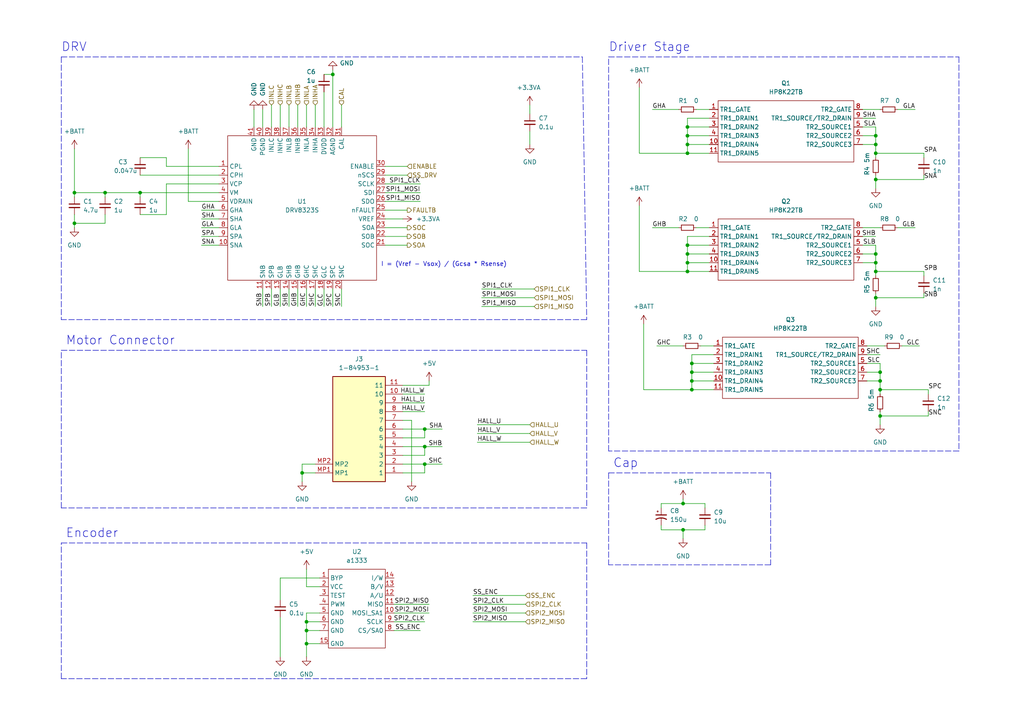
<source format=kicad_sch>
(kicad_sch (version 20231120) (generator "eeschema") (generator_version "8.0")
  (paper "A4")
  (lib_symbols
    (symbol "+BATT_1" (power) (pin_names (offset 0))
      (property "Value" "+BATT_1" (at 0 3.556 0))
      (symbol "+BATT_1_0_1"
        (polyline (pts (xy -0.762 1.27) (xy 0 2.54)))
        (polyline (pts (xy 0 0) (xy 0 2.54)))
        (polyline (pts (xy 0 2.54) (xy 0.762 1.27)))
      )
      (symbol "+BATT_1_1_1"
        (pin power_in line (at 0 0 90) (length 0) hide (name "+BATT") (number "1"))
      )
    )
    (symbol "Device:C_Polarized_Small_US" (pin_numbers hide) (pin_names (offset 0.254) hide)
      (property "Reference" "C" (at 0.254 1.778 0))
      (property "Value" "C_Polarized_Small_US" (at 0.254 -2.032 0))
      (symbol "C_Polarized_Small_US_0_1"
        (polyline (pts (xy -1.524 0.508) (xy 1.524 0.508)) (stroke (width 0.3048)))
        (polyline (pts (xy -1.27 1.524) (xy -0.762 1.524)))
        (polyline (pts (xy -1.016 1.27) (xy -1.016 1.778)))
        (arc (start 1.524 -0.762) (mid 0 -0.3734) (end -1.524 -0.762) (stroke (width 0.3048)))
      )
      (symbol "C_Polarized_Small_US_1_1"
        (pin passive line (at 0 2.54 270) (length 2.032) (name "~") (number "1"))
        (pin passive line (at 0 -2.54 90) (length 2.032) (name "~") (number "2"))
      )
    )
    (symbol "Device:C_Small" (pin_numbers hide) (pin_names (offset 0.254) hide)
      (property "Reference" "C" (at 0.254 1.778 0))
      (property "Value" "C_Small" (at 0.254 -2.032 0))
      (symbol "C_Small_0_1"
        (polyline (pts (xy -1.524 -0.508) (xy 1.524 -0.508)) (stroke (width 0.3302)))
        (polyline (pts (xy -1.524 0.508) (xy 1.524 0.508)) (stroke (width 0.3048)))
      )
      (symbol "C_Small_1_1"
        (pin passive line (at 0 2.54 270) (length 2.032) (name "~") (number "1"))
        (pin passive line (at 0 -2.54 90) (length 2.032) (name "~") (number "2"))
      )
    )
    (symbol "Device:R_Small" (pin_numbers hide) (pin_names (offset 0.254) hide)
      (property "Reference" "R" (at 0.762 0.508 0))
      (property "Value" "R_Small" (at 0.762 -1.016 0))
      (symbol "R_Small_0_1"
        (rectangle (start -0.762 1.778) (end 0.762 -1.778) (stroke (width 0.2032)))
      )
      (symbol "R_Small_1_1"
        (pin passive line (at 0 2.54 270) (length 0.762) (name "~") (number "1"))
        (pin passive line (at 0 -2.54 90) (length 0.762) (name "~") (number "2"))
      )
    )
    (symbol "bldc_lib:1-84953-1"
      (property "Value" "1-84953-1" (at 0 0 0))
      (symbol "1-84953-1_1_1"
        (rectangle (start -7.62 -2.54) (end 7.62 -33.02) (stroke (width 0.254)) (fill (type background)))
        (pin passive line (at 12.7 -5.08 180) (length 5.08) (name "1") (number "1"))
        (pin passive line (at 12.7 -27.94 180) (length 5.08) (name "10") (number "10"))
        (pin passive line (at 12.7 -30.48 180) (length 5.08) (name "11") (number "11"))
        (pin passive line (at 12.7 -7.62 180) (length 5.08) (name "2") (number "2"))
        (pin passive line (at 12.7 -10.16 180) (length 5.08) (name "3") (number "3"))
        (pin passive line (at 12.7 -12.7 180) (length 5.08) (name "4") (number "4"))
        (pin passive line (at 12.7 -15.24 180) (length 5.08) (name "5") (number "5"))
        (pin passive line (at 12.7 -17.78 180) (length 5.08) (name "6") (number "6"))
        (pin passive line (at 12.7 -20.32 180) (length 5.08) (name "7") (number "7"))
        (pin passive line (at 12.7 -22.86 180) (length 5.08) (name "8") (number "8"))
        (pin passive line (at 12.7 -25.4 180) (length 5.08) (name "9") (number "9"))
        (pin passive line (at -12.7 -5.08 0) (length 5.08) (name "MP1") (number "MP1"))
        (pin passive line (at -12.7 -7.62 0) (length 5.08) (name "MP2") (number "MP2"))
      )
    )
    (symbol "bldc_lib:DRV8323S"
      (property "Reference" "U" (at -2.54 -31.75 0))
      (property "Value" "DRV8323S" (at -2.54 -34.29 0))
      (symbol "DRV8323S_0_1"
        (polyline (pts (xy -22.86 -12.7) (xy 19.05 -12.7) (xy 19.05 -54.61) (xy -24.13 -54.61) (xy -24.13 -12.7) (xy -22.86 -12.7)))
      )
      (symbol "DRV8323S_1_1"
        (pin input line (at -26.67 -21.59 0) (length 2.54) (name "CPL") (number "1"))
        (pin input line (at -26.67 -44.45 0) (length 2.54) (name "SNA") (number "10"))
        (pin input line (at -13.97 -57.15 90) (length 2.54) (name "SNB") (number "11"))
        (pin input line (at -11.43 -57.15 90) (length 2.54) (name "SPB") (number "12"))
        (pin input line (at -8.89 -57.15 90) (length 2.54) (name "GLB") (number "13"))
        (pin input line (at -6.35 -57.15 90) (length 2.54) (name "SHB") (number "14"))
        (pin input line (at -3.81 -57.15 90) (length 2.54) (name "GHB") (number "15"))
        (pin input line (at -1.27 -57.15 90) (length 2.54) (name "GHC") (number "16"))
        (pin input line (at 1.27 -57.15 90) (length 2.54) (name "SHC") (number "17"))
        (pin input line (at 3.81 -57.15 90) (length 2.54) (name "GLC") (number "18"))
        (pin input line (at 6.35 -57.15 90) (length 2.54) (name "SPC") (number "19"))
        (pin input line (at -26.67 -24.13 0) (length 2.54) (name "CPH") (number "2"))
        (pin input line (at 8.89 -57.15 90) (length 2.54) (name "SNC") (number "20"))
        (pin input line (at 21.59 -44.45 180) (length 2.54) (name "SOC") (number "21"))
        (pin input line (at 21.59 -41.91 180) (length 2.54) (name "SOB") (number "22"))
        (pin input line (at 21.59 -39.37 180) (length 2.54) (name "SOA") (number "23"))
        (pin input line (at 21.59 -36.83 180) (length 2.54) (name "VREF") (number "24"))
        (pin input line (at 21.59 -34.29 180) (length 2.54) (name "nFAULT") (number "25"))
        (pin input line (at 21.59 -31.75 180) (length 2.54) (name "SDO") (number "26"))
        (pin input line (at 21.59 -29.21 180) (length 2.54) (name "SDI") (number "27"))
        (pin input line (at 21.59 -26.67 180) (length 2.54) (name "SCLK") (number "28"))
        (pin input line (at 21.59 -24.13 180) (length 2.54) (name "nSCS") (number "29"))
        (pin input line (at -26.67 -26.67 0) (length 2.54) (name "VCP") (number "3"))
        (pin input line (at 21.59 -21.59 180) (length 2.54) (name "ENABLE") (number "30"))
        (pin input line (at 8.89 -10.16 270) (length 2.54) (name "CAL") (number "31"))
        (pin input line (at 6.35 -10.16 270) (length 2.54) (name "AGND") (number "32"))
        (pin input line (at 3.81 -10.16 270) (length 2.54) (name "DVDD") (number "33"))
        (pin input line (at 1.27 -10.16 270) (length 2.54) (name "INHA") (number "34"))
        (pin input line (at -1.27 -10.16 270) (length 2.54) (name "INLA") (number "35"))
        (pin input line (at -3.81 -10.16 270) (length 2.54) (name "INHB") (number "36"))
        (pin input line (at -6.35 -10.16 270) (length 2.54) (name "INLB") (number "37"))
        (pin input line (at -8.89 -10.16 270) (length 2.54) (name "INHC") (number "38"))
        (pin input line (at -11.43 -10.16 270) (length 2.54) (name "INLC") (number "39"))
        (pin input line (at -26.67 -29.21 0) (length 2.54) (name "VM") (number "4"))
        (pin input line (at -13.97 -10.16 270) (length 2.54) (name "PGND") (number "40"))
        (pin input line (at -16.51 -10.16 270) (length 2.54) (name "GND") (number "41"))
        (pin input line (at -26.67 -31.75 0) (length 2.54) (name "VDRAIN") (number "5"))
        (pin input line (at -26.67 -34.29 0) (length 2.54) (name "GHA") (number "6"))
        (pin input line (at -26.67 -36.83 0) (length 2.54) (name "SHA") (number "7"))
        (pin input line (at -26.67 -39.37 0) (length 2.54) (name "GLA") (number "8"))
        (pin input line (at -26.67 -41.91 0) (length 2.54) (name "SPA") (number "9"))
      )
    )
    (symbol "bldc_lib:HP8K22TB"
      (property "Reference" "U" (at 0 2.54 0))
      (property "Value" "HP8K22TB" (at 0 0 0))
      (symbol "HP8K22TB_0_1"
        (rectangle (start -19.05 -3.81) (end 20.32 -21.59))
      )
      (symbol "HP8K22TB_1_1"
        (pin input line (at -21.59 -6.35 0) (length 2.54) (name "TR1_GATE") (number "1"))
        (pin input line (at -21.59 -16.51 0) (length 2.54) (name "TR1_DRAIN4") (number "10"))
        (pin input line (at -21.59 -19.05 0) (length 2.54) (name "TR1_DRAIN5") (number "11"))
        (pin input line (at -21.59 -8.89 0) (length 2.54) (name "TR1_DRAIN1") (number "2"))
        (pin input line (at -21.59 -11.43 0) (length 2.54) (name "TR1_DRAIN2") (number "3"))
        (pin input line (at -21.59 -13.97 0) (length 2.54) (name "TR1_DRAIN3") (number "4"))
        (pin input line (at 22.86 -11.43 180) (length 2.54) (name "TR2_SOURCE1") (number "5"))
        (pin input line (at 22.86 -13.97 180) (length 2.54) (name "TR2_SOURCE2") (number "6"))
        (pin input line (at 22.86 -16.51 180) (length 2.54) (name "TR2_SOURCE3") (number "7"))
        (pin input line (at 22.86 -6.35 180) (length 2.54) (name "TR2_GATE") (number "8"))
        (pin input line (at 22.86 -8.89 180) (length 2.54) (name "TR1_SOURCE/TR2_DRAIN") (number "9"))
      )
    )
    (symbol "bldc_lib:a1333"
      (property "Reference" "U" (at 0 2.54 0))
      (property "Value" "a1333" (at 0 0 0))
      (symbol "a1333_0_1"
        (rectangle (start -7.62 -2.54) (end 8.89 -25.4))
      )
      (symbol "a1333_1_1"
        (pin input line (at -10.16 -5.08 0) (length 2.54) (name "BYP") (number "1"))
        (pin input line (at 11.43 -15.24 180) (length 2.54) (name "MOSI_SA1") (number "10"))
        (pin input line (at 11.43 -12.7 180) (length 2.54) (name "MISO") (number "11"))
        (pin input line (at 11.43 -10.16 180) (length 2.54) (name "A/U") (number "12"))
        (pin input line (at 11.43 -7.62 180) (length 2.54) (name "B/V") (number "13"))
        (pin input line (at 11.43 -5.08 180) (length 2.54) (name "I/W") (number "14"))
        (pin input line (at -10.16 -24.13 0) (length 2.54) (name "GND") (number "15"))
        (pin input line (at -10.16 -7.62 0) (length 2.54) (name "VCC") (number "2"))
        (pin input line (at -10.16 -10.16 0) (length 2.54) (name "TEST") (number "3"))
        (pin input line (at -10.16 -12.7 0) (length 2.54) (name "PWM") (number "4"))
        (pin input line (at -10.16 -15.24 0) (length 2.54) (name "GND") (number "5"))
        (pin input line (at -10.16 -17.78 0) (length 2.54) (name "GND") (number "6"))
        (pin input line (at -10.16 -20.32 0) (length 2.54) (name "GND") (number "7"))
        (pin input line (at 11.43 -20.32 180) (length 2.54) (name "CS/SA0") (number "8"))
        (pin input line (at 11.43 -17.78 180) (length 2.54) (name "SCLK") (number "9"))
      )
    )
    (symbol "power:+3.3VA" (power) (pin_names (offset 0))
      (property "Value" "+3.3VA" (at 0 3.556 0))
      (symbol "+3.3VA_0_1"
        (polyline (pts (xy -0.762 1.27) (xy 0 2.54)))
        (polyline (pts (xy 0 0) (xy 0 2.54)))
        (polyline (pts (xy 0 2.54) (xy 0.762 1.27)))
      )
      (symbol "+3.3VA_1_1"
        (pin power_in line (at 0 0 90) (length 0) hide (name "+3.3VA") (number "1"))
      )
    )
    (symbol "power:+5V" (power) (pin_names (offset 0))
      (property "Value" "+5V" (at 0 3.556 0))
      (symbol "+5V_0_1"
        (polyline (pts (xy -0.762 1.27) (xy 0 2.54)))
        (polyline (pts (xy 0 0) (xy 0 2.54)))
        (polyline (pts (xy 0 2.54) (xy 0.762 1.27)))
      )
      (symbol "+5V_1_1"
        (pin power_in line (at 0 0 90) (length 0) hide (name "+5V") (number "1"))
      )
    )
    (symbol "power:+BATT" (power) (pin_names (offset 0))
      (property "Value" "+BATT" (at 0 3.556 0))
      (symbol "+BATT_0_1"
        (polyline (pts (xy -0.762 1.27) (xy 0 2.54)))
        (polyline (pts (xy 0 0) (xy 0 2.54)))
        (polyline (pts (xy 0 2.54) (xy 0.762 1.27)))
      )
      (symbol "+BATT_1_1"
        (pin power_in line (at 0 0 90) (length 0) hide (name "+BATT") (number "1"))
      )
    )
    (symbol "power:GND" (power) (pin_names (offset 0))
      (property "Value" "GND" (at 0 -3.81 0))
      (symbol "GND_0_1"
        (polyline (pts (xy 0 0) (xy 0 -1.27) (xy 1.27 -1.27) (xy 0 -2.54) (xy -1.27 -1.27) (xy 0 -1.27)))
      )
      (symbol "GND_1_1"
        (pin power_in line (at 0 0 270) (length 0) hide (name "GND") (number "1"))
      )
    )
  )
  (junction (at 254 39.37))
  (junction (at 254 73.66))
  (junction (at 96.52 21.59))
  (junction (at 123.19 134.62))
  (junction (at 199.39 39.37))
  (junction (at 254 86.36))
  (junction (at 254 44.45))
  (junction (at 255.27 110.49))
  (junction (at 199.39 36.83))
  (junction (at 199.39 41.91))
  (junction (at 88.9 182.88))
  (junction (at 199.39 78.74))
  (junction (at 21.59 64.77))
  (junction (at 30.48 55.88))
  (junction (at 87.63 137.16))
  (junction (at 254 78.74))
  (junction (at 199.39 76.2))
  (junction (at 123.19 124.46))
  (junction (at 200.66 113.03))
  (junction (at 198.12 146.05))
  (junction (at 254 52.07))
  (junction (at 255.27 113.03))
  (junction (at 199.39 44.45))
  (junction (at 200.66 110.49))
  (junction (at 200.66 107.95))
  (junction (at 200.66 105.41))
  (junction (at 40.64 55.88))
  (junction (at 255.27 120.65))
  (junction (at 254 41.91))
  (junction (at 255.27 107.95))
  (junction (at 88.9 180.34))
  (junction (at 198.12 153.67))
  (junction (at 254 76.2))
  (junction (at 88.9 186.69))
  (junction (at 123.19 129.54))
  (junction (at 21.59 55.88))
  (junction (at 199.39 71.12))
  (junction (at 199.39 73.66))
  (wire (pts (xy 119.38 121.92) (xy 119.38 139.7)))
  (wire (pts (xy 254 52.07) (xy 267.97 52.07)))
  (wire (pts (xy 116.84 121.92) (xy 119.38 121.92)))
  (wire (pts (xy 123.19 119.38) (xy 116.84 119.38)))
  (wire (pts (xy 30.48 62.23) (xy 30.48 64.77)))
  (wire (pts (xy 199.39 41.91) (xy 205.74 41.91)))
  (wire (pts (xy 86.36 83.82) (xy 86.36 88.9)))
  (wire (pts (xy 255.27 113.03) (xy 255.27 114.3)))
  (wire (pts (xy 40.64 55.88) (xy 40.64 57.15)))
  (wire (pts (xy 116.84 127) (xy 123.19 127)))
  (wire (pts (xy 201.93 31.75) (xy 205.74 31.75)))
  (wire (pts (xy 111.76 58.42) (xy 121.92 58.42)))
  (wire (pts (xy 93.98 21.59) (xy 96.52 21.59)))
  (polyline (pts (xy 176.53 137.16) (xy 176.53 163.83)) (stroke (width 0) (type dash)))
  (wire (pts (xy 116.84 124.46) (xy 123.19 124.46)))
  (wire (pts (xy 267.97 50.8) (xy 267.97 52.07)))
  (polyline (pts (xy 223.52 163.83) (xy 176.53 163.83)) (stroke (width 0) (type dash)))
  (wire (pts (xy 87.63 137.16) (xy 87.63 139.7)))
  (wire (pts (xy 91.44 83.82) (xy 91.44 88.9)))
  (wire (pts (xy 200.66 105.41) (xy 207.01 105.41)))
  (wire (pts (xy 139.7 86.36) (xy 154.94 86.36)))
  (wire (pts (xy 88.9 170.18) (xy 92.71 170.18)))
  (wire (pts (xy 116.84 132.08) (xy 123.19 132.08)))
  (wire (pts (xy 199.39 76.2) (xy 205.74 76.2)))
  (polyline (pts (xy 176.53 137.16) (xy 223.52 137.16)) (stroke (width 0) (type dash)))
  (wire (pts (xy 199.39 44.45) (xy 205.74 44.45)))
  (polyline (pts (xy 176.53 16.51) (xy 278.13 16.51)) (stroke (width 0) (type dash)))
  (wire (pts (xy 123.19 129.54) (xy 128.27 129.54)))
  (polyline (pts (xy 17.78 147.32) (xy 17.78 101.6)) (stroke (width 0) (type dash)))
  (wire (pts (xy 91.44 30.48) (xy 91.44 36.83)))
  (wire (pts (xy 254 85.09) (xy 254 86.36)))
  (wire (pts (xy 204.47 152.4) (xy 204.47 153.67)))
  (wire (pts (xy 96.52 21.59) (xy 96.52 36.83)))
  (polyline (pts (xy 17.78 16.51) (xy 168.91 16.51)) (stroke (width 0) (type dash)))
  (wire (pts (xy 116.84 137.16) (xy 123.19 137.16)))
  (wire (pts (xy 139.7 88.9) (xy 154.94 88.9)))
  (wire (pts (xy 111.76 55.88) (xy 121.92 55.88)))
  (wire (pts (xy 48.26 53.34) (xy 63.5 53.34)))
  (wire (pts (xy 186.69 93.98) (xy 186.69 113.03)))
  (wire (pts (xy 199.39 39.37) (xy 205.74 39.37)))
  (wire (pts (xy 205.74 34.29) (xy 199.39 34.29)))
  (wire (pts (xy 88.9 180.34) (xy 92.71 180.34)))
  (polyline (pts (xy 17.78 157.48) (xy 170.18 157.48)) (stroke (width 0) (type dash)))
  (wire (pts (xy 86.36 30.48) (xy 86.36 36.83)))
  (wire (pts (xy 30.48 57.15) (xy 30.48 55.88)))
  (wire (pts (xy 199.39 71.12) (xy 205.74 71.12)))
  (wire (pts (xy 254 44.45) (xy 267.97 44.45)))
  (wire (pts (xy 121.92 182.88) (xy 114.3 182.88)))
  (wire (pts (xy 78.74 83.82) (xy 78.74 88.9)))
  (wire (pts (xy 88.9 30.48) (xy 88.9 36.83)))
  (polyline (pts (xy 17.78 16.51) (xy 17.78 92.71)) (stroke (width 0) (type dash)))
  (wire (pts (xy 48.26 48.26) (xy 63.5 48.26)))
  (wire (pts (xy 266.7 100.33) (xy 261.62 100.33)))
  (wire (pts (xy 254 44.45) (xy 254 45.72)))
  (wire (pts (xy 250.19 73.66) (xy 254 73.66)))
  (wire (pts (xy 250.19 39.37) (xy 254 39.37)))
  (wire (pts (xy 96.52 20.32) (xy 96.52 21.59)))
  (wire (pts (xy 111.76 68.58) (xy 118.11 68.58)))
  (wire (pts (xy 87.63 134.62) (xy 87.63 137.16)))
  (wire (pts (xy 254 78.74) (xy 254 80.01)))
  (wire (pts (xy 198.12 153.67) (xy 191.77 153.67)))
  (wire (pts (xy 254 41.91) (xy 254 44.45)))
  (wire (pts (xy 111.76 48.26) (xy 118.11 48.26)))
  (wire (pts (xy 185.42 44.45) (xy 199.39 44.45)))
  (wire (pts (xy 123.19 114.3) (xy 116.84 114.3)))
  (wire (pts (xy 198.12 144.78) (xy 198.12 146.05)))
  (wire (pts (xy 254 36.83) (xy 254 39.37)))
  (wire (pts (xy 199.39 71.12) (xy 199.39 73.66)))
  (wire (pts (xy 254 52.07) (xy 254 54.61)))
  (wire (pts (xy 137.16 172.72) (xy 152.4 172.72)))
  (wire (pts (xy 254 34.29) (xy 250.19 34.29)))
  (wire (pts (xy 186.69 113.03) (xy 200.66 113.03)))
  (wire (pts (xy 269.24 119.38) (xy 269.24 120.65)))
  (wire (pts (xy 111.76 63.5) (xy 116.84 63.5)))
  (wire (pts (xy 124.46 177.8) (xy 114.3 177.8)))
  (wire (pts (xy 92.71 167.64) (xy 81.28 167.64)))
  (wire (pts (xy 76.2 83.82) (xy 76.2 88.9)))
  (wire (pts (xy 189.23 66.04) (xy 196.85 66.04)))
  (polyline (pts (xy 176.53 130.81) (xy 176.53 16.51)) (stroke (width 0) (type dash)))
  (wire (pts (xy 58.42 66.04) (xy 63.5 66.04)))
  (wire (pts (xy 88.9 182.88) (xy 88.9 180.34)))
  (wire (pts (xy 58.42 71.12) (xy 63.5 71.12)))
  (wire (pts (xy 198.12 146.05) (xy 204.47 146.05)))
  (wire (pts (xy 255.27 102.87) (xy 251.46 102.87)))
  (wire (pts (xy 54.61 58.42) (xy 63.5 58.42)))
  (wire (pts (xy 88.9 186.69) (xy 92.71 186.69)))
  (wire (pts (xy 123.19 116.84) (xy 116.84 116.84)))
  (wire (pts (xy 40.64 62.23) (xy 48.26 62.23)))
  (wire (pts (xy 81.28 167.64) (xy 81.28 173.99)))
  (wire (pts (xy 200.66 113.03) (xy 207.01 113.03)))
  (wire (pts (xy 138.43 125.73) (xy 153.67 125.73)))
  (wire (pts (xy 124.46 110.49) (xy 124.46 111.76)))
  (wire (pts (xy 48.26 62.23) (xy 48.26 53.34)))
  (wire (pts (xy 30.48 64.77) (xy 21.59 64.77)))
  (wire (pts (xy 267.97 78.74) (xy 267.97 80.01)))
  (wire (pts (xy 76.2 31.75) (xy 76.2 36.83)))
  (wire (pts (xy 88.9 190.5) (xy 88.9 186.69)))
  (wire (pts (xy 200.66 107.95) (xy 200.66 110.49)))
  (wire (pts (xy 111.76 50.8) (xy 118.11 50.8)))
  (wire (pts (xy 251.46 100.33) (xy 256.54 100.33)))
  (wire (pts (xy 254 76.2) (xy 254 78.74)))
  (wire (pts (xy 111.76 71.12) (xy 118.11 71.12)))
  (wire (pts (xy 250.19 66.04) (xy 255.27 66.04)))
  (wire (pts (xy 58.42 60.96) (xy 63.5 60.96)))
  (wire (pts (xy 198.12 153.67) (xy 198.12 156.21)))
  (wire (pts (xy 255.27 119.38) (xy 255.27 120.65)))
  (wire (pts (xy 137.16 175.26) (xy 152.4 175.26)))
  (wire (pts (xy 83.82 30.48) (xy 83.82 36.83)))
  (wire (pts (xy 267.97 85.09) (xy 267.97 86.36)))
  (wire (pts (xy 199.39 36.83) (xy 199.39 39.37)))
  (wire (pts (xy 254 78.74) (xy 267.97 78.74)))
  (wire (pts (xy 203.2 100.33) (xy 207.01 100.33)))
  (polyline (pts (xy 170.18 101.6) (xy 170.18 147.32)) (stroke (width 0) (type dash)))
  (wire (pts (xy 116.84 129.54) (xy 123.19 129.54)))
  (wire (pts (xy 199.39 68.58) (xy 199.39 71.12)))
  (wire (pts (xy 138.43 128.27) (xy 153.67 128.27)))
  (wire (pts (xy 207.01 102.87) (xy 200.66 102.87)))
  (wire (pts (xy 78.74 30.48) (xy 78.74 36.83)))
  (polyline (pts (xy 17.78 196.85) (xy 17.78 157.48)) (stroke (width 0) (type dash)))
  (polyline (pts (xy 170.18 147.32) (xy 17.78 147.32)) (stroke (width 0) (type dash)))
  (wire (pts (xy 123.19 137.16) (xy 123.19 134.62)))
  (wire (pts (xy 63.5 55.88) (xy 40.64 55.88)))
  (wire (pts (xy 199.39 39.37) (xy 199.39 41.91)))
  (wire (pts (xy 199.39 76.2) (xy 199.39 78.74)))
  (wire (pts (xy 88.9 186.69) (xy 88.9 182.88)))
  (wire (pts (xy 48.26 45.72) (xy 48.26 48.26)))
  (polyline (pts (xy 223.52 137.16) (xy 223.52 163.83)) (stroke (width 0) (type dash)))
  (wire (pts (xy 185.42 25.4) (xy 185.42 44.45)))
  (wire (pts (xy 99.06 83.82) (xy 99.06 88.9)))
  (wire (pts (xy 153.67 38.1) (xy 153.67 41.91)))
  (wire (pts (xy 138.43 123.19) (xy 153.67 123.19)))
  (wire (pts (xy 250.19 41.91) (xy 254 41.91)))
  (wire (pts (xy 137.16 180.34) (xy 152.4 180.34)))
  (polyline (pts (xy 170.18 196.85) (xy 17.78 196.85)) (stroke (width 0) (type dash)))
  (wire (pts (xy 199.39 34.29) (xy 199.39 36.83)))
  (wire (pts (xy 185.42 59.69) (xy 185.42 78.74)))
  (wire (pts (xy 58.42 63.5) (xy 63.5 63.5)))
  (wire (pts (xy 87.63 137.16) (xy 91.44 137.16)))
  (wire (pts (xy 250.19 36.83) (xy 254 36.83)))
  (wire (pts (xy 93.98 83.82) (xy 93.98 88.9)))
  (wire (pts (xy 185.42 78.74) (xy 199.39 78.74)))
  (wire (pts (xy 251.46 107.95) (xy 255.27 107.95)))
  (wire (pts (xy 200.66 110.49) (xy 200.66 113.03)))
  (wire (pts (xy 255.27 110.49) (xy 255.27 113.03)))
  (wire (pts (xy 267.97 44.45) (xy 267.97 45.72)))
  (wire (pts (xy 123.19 127) (xy 123.19 124.46)))
  (wire (pts (xy 189.23 31.75) (xy 196.85 31.75)))
  (wire (pts (xy 200.66 110.49) (xy 207.01 110.49)))
  (wire (pts (xy 201.93 66.04) (xy 205.74 66.04)))
  (wire (pts (xy 153.67 33.02) (xy 153.67 30.48)))
  (wire (pts (xy 191.77 146.05) (xy 198.12 146.05)))
  (wire (pts (xy 265.43 31.75) (xy 260.35 31.75)))
  (wire (pts (xy 255.27 105.41) (xy 255.27 107.95)))
  (wire (pts (xy 250.19 76.2) (xy 254 76.2)))
  (wire (pts (xy 200.66 105.41) (xy 200.66 107.95)))
  (wire (pts (xy 265.43 66.04) (xy 260.35 66.04)))
  (wire (pts (xy 191.77 146.05) (xy 191.77 147.32)))
  (wire (pts (xy 198.12 153.67) (xy 204.47 153.67)))
  (wire (pts (xy 191.77 152.4) (xy 191.77 153.67)))
  (wire (pts (xy 123.19 134.62) (xy 128.27 134.62)))
  (wire (pts (xy 93.98 26.67) (xy 93.98 36.83)))
  (wire (pts (xy 88.9 83.82) (xy 88.9 88.9)))
  (wire (pts (xy 21.59 64.77) (xy 21.59 66.04)))
  (wire (pts (xy 124.46 175.26) (xy 114.3 175.26)))
  (wire (pts (xy 199.39 73.66) (xy 199.39 76.2)))
  (wire (pts (xy 254 73.66) (xy 254 76.2)))
  (wire (pts (xy 88.9 177.8) (xy 92.71 177.8)))
  (polyline (pts (xy 278.13 130.81) (xy 176.53 130.81)) (stroke (width 0) (type dash)))
  (wire (pts (xy 205.74 68.58) (xy 199.39 68.58)))
  (wire (pts (xy 40.64 45.72) (xy 48.26 45.72)))
  (wire (pts (xy 254 86.36) (xy 254 88.9)))
  (wire (pts (xy 254 68.58) (xy 250.19 68.58)))
  (wire (pts (xy 251.46 110.49) (xy 255.27 110.49)))
  (wire (pts (xy 255.27 107.95) (xy 255.27 110.49)))
  (wire (pts (xy 199.39 41.91) (xy 199.39 44.45)))
  (wire (pts (xy 137.16 177.8) (xy 152.4 177.8)))
  (wire (pts (xy 111.76 60.96) (xy 118.11 60.96)))
  (polyline (pts (xy 278.13 16.51) (xy 278.13 130.81)) (stroke (width 0) (type dash)))
  (wire (pts (xy 200.66 107.95) (xy 207.01 107.95)))
  (wire (pts (xy 73.66 31.75) (xy 73.66 36.83)))
  (wire (pts (xy 123.19 124.46) (xy 128.27 124.46)))
  (polyline (pts (xy 170.18 92.71) (xy 17.78 92.71)) (stroke (width 0) (type dash)))
  (wire (pts (xy 87.63 134.62) (xy 91.44 134.62)))
  (wire (pts (xy 83.82 83.82) (xy 83.82 88.9)))
  (wire (pts (xy 40.64 50.8) (xy 63.5 50.8)))
  (wire (pts (xy 54.61 58.42) (xy 54.61 43.18)))
  (wire (pts (xy 124.46 111.76) (xy 116.84 111.76)))
  (wire (pts (xy 254 50.8) (xy 254 52.07)))
  (polyline (pts (xy 168.91 16.51) (xy 170.18 92.71)) (stroke (width 0) (type dash)))
  (wire (pts (xy 96.52 83.82) (xy 96.52 88.9)))
  (wire (pts (xy 30.48 55.88) (xy 40.64 55.88)))
  (wire (pts (xy 250.19 71.12) (xy 254 71.12)))
  (wire (pts (xy 190.5 100.33) (xy 198.12 100.33)))
  (wire (pts (xy 88.9 180.34) (xy 88.9 177.8)))
  (wire (pts (xy 199.39 36.83) (xy 205.74 36.83)))
  (wire (pts (xy 81.28 83.82) (xy 81.28 88.9)))
  (wire (pts (xy 21.59 55.88) (xy 21.59 57.15)))
  (wire (pts (xy 255.27 120.65) (xy 269.24 120.65)))
  (wire (pts (xy 116.84 134.62) (xy 123.19 134.62)))
  (wire (pts (xy 254 86.36) (xy 267.97 86.36)))
  (wire (pts (xy 255.27 113.03) (xy 269.24 113.03)))
  (wire (pts (xy 58.42 68.58) (xy 63.5 68.58)))
  (wire (pts (xy 21.59 55.88) (xy 30.48 55.88)))
  (wire (pts (xy 99.06 30.48) (xy 99.06 36.83)))
  (wire (pts (xy 139.7 83.82) (xy 154.94 83.82)))
  (wire (pts (xy 81.28 179.07) (xy 81.28 190.5)))
  (wire (pts (xy 21.59 62.23) (xy 21.59 64.77)))
  (wire (pts (xy 269.24 113.03) (xy 269.24 114.3)))
  (wire (pts (xy 123.19 132.08) (xy 123.19 129.54)))
  (polyline (pts (xy 170.18 157.48) (xy 170.18 196.85)) (stroke (width 0) (type dash)))
  (wire (pts (xy 254 71.12) (xy 254 73.66)))
  (wire (pts (xy 88.9 182.88) (xy 92.71 182.88)))
  (polyline (pts (xy 17.78 101.6) (xy 170.18 101.6)) (stroke (width 0) (type dash)))
  (wire (pts (xy 254 39.37) (xy 254 41.91)))
  (wire (pts (xy 251.46 105.41) (xy 255.27 105.41)))
  (wire (pts (xy 204.47 146.05) (xy 204.47 147.32)))
  (wire (pts (xy 111.76 53.34) (xy 121.92 53.34)))
  (wire (pts (xy 250.19 31.75) (xy 255.27 31.75)))
  (wire (pts (xy 21.59 43.18) (xy 21.59 55.88)))
  (wire (pts (xy 88.9 165.1) (xy 88.9 170.18)))
  (wire (pts (xy 111.76 66.04) (xy 118.11 66.04)))
  (wire (pts (xy 199.39 78.74) (xy 205.74 78.74)))
  (wire (pts (xy 81.28 30.48) (xy 81.28 36.83)))
  (wire (pts (xy 123.19 180.34) (xy 114.3 180.34)))
  (wire (pts (xy 199.39 73.66) (xy 205.74 73.66)))
  (wire (pts (xy 255.27 120.65) (xy 255.27 123.19)))
  (wire (pts (xy 200.66 102.87) (xy 200.66 105.41)))
  (text "Driver Stage" (at 176.53 15.24 0) (effects (font (size 2.54 2.54)) (justify left bottom)))
  (text "DRV" (at 17.78 15.24 0) (effects (font (size 2.54 2.54)) (justify left bottom)))
  (text "Motor Connector" (at 19.05 100.33 0) (effects (font (size 2.54 2.54)) (justify left bottom)))
  (text "Cap" (at 177.8 135.89 0) (effects (font (size 2.54 2.54)) (justify left bottom)))
  (text "Encoder" (at 19.05 156.21 0) (effects (font (size 2.54 2.54)) (justify left bottom)))
  (text "I = (Vref - Vsox) / (Gcsa * Rsense)" (at 110.49 77.47 0) (effects (font (size 1.27 1.27)) (justify left bottom)))
  (label "HALL_U" (at 123.19 116.84 180))
  (label "SPA" (at 267.97 44.45 0))
  (label "SPI1_CLK" (at 121.92 53.34 180))
  (label "SPC" (at 96.52 88.9 90))
  (label "GLC" (at 93.98 88.9 90))
  (label "SHC" (at 91.44 88.9 90))
  (label "SHB" (at 128.27 129.54 180))
  (label "SPI1_MISO" (at 121.92 58.42 180))
  (label "SNB" (at 76.2 88.9 90))
  (label "SPA" (at 58.42 68.58 0))
  (label "SHC" (at 255.27 102.87 180))
  (label "SNC" (at 269.24 120.65 0))
  (label "SPI2_CLK" (at 123.19 180.34 180))
  (label "SLC" (at 255.27 105.41 180))
  (label "GHA" (at 189.23 31.75 0))
  (label "HALL_V" (at 138.43 125.73 0))
  (label "SPI1_MOSI" (at 121.92 55.88 180))
  (label "SHA" (at 128.27 124.46 180))
  (label "GLA" (at 265.43 31.75 180))
  (label "SLA" (at 254 36.83 180))
  (label "GLC" (at 266.7 100.33 180))
  (label "SHB" (at 254 68.58 180))
  (label "GLA" (at 58.42 66.04 0))
  (label "SPI2_MISO" (at 137.16 180.34 0))
  (label "GLB" (at 265.43 66.04 180))
  (label "GHB" (at 86.36 88.9 90))
  (label "SNC" (at 99.06 88.9 90))
  (label "GHA" (at 58.42 60.96 0))
  (label "SPB" (at 267.97 78.74 0))
  (label "SS_ENC" (at 137.16 172.72 0))
  (label "SPI2_MOSI" (at 137.16 177.8 0))
  (label "SPI2_MOSI" (at 124.46 177.8 180))
  (label "SPI1_MOSI" (at 139.7 86.36 0))
  (label "SS_ENC" (at 121.92 182.88 180))
  (label "SPI2_CLK" (at 137.16 175.26 0))
  (label "GHC" (at 190.5 100.33 0))
  (label "SPI1_MISO" (at 139.7 88.9 0))
  (label "HALL_W" (at 138.43 128.27 0))
  (label "SPC" (at 269.24 113.03 0))
  (label "SNA" (at 58.42 71.12 0))
  (label "GLB" (at 81.28 88.9 90))
  (label "HALL_W" (at 123.19 114.3 180))
  (label "SHA" (at 58.42 63.5 0))
  (label "SHA" (at 254 34.29 180))
  (label "SPB" (at 78.74 88.9 90))
  (label "GHC" (at 88.9 88.9 90))
  (label "GHB" (at 189.23 66.04 0))
  (label "SPI1_CLK" (at 139.7 83.82 0))
  (label "SNB" (at 267.97 86.36 0))
  (label "HALL_U" (at 138.43 123.19 0))
  (label "HALL_V" (at 123.19 119.38 180))
  (label "SNA" (at 267.97 52.07 0))
  (label "SHB" (at 83.82 88.9 90))
  (label "SPI2_MISO" (at 124.46 175.26 180))
  (label "SLB" (at 254 71.12 180))
  (label "SHC" (at 128.27 134.62 180))
  (hierarchical_label "SPI2_MISO" (shape input) (at 152.4 180.34 0))
  (hierarchical_label "ENABLE" (shape input) (at 118.11 48.26 0))
  (hierarchical_label "INLC" (shape input) (at 78.74 30.48 90))
  (hierarchical_label "CAL" (shape input) (at 99.06 30.48 90))
  (hierarchical_label "SS_DRV" (shape input) (at 118.11 50.8 0))
  (hierarchical_label "HALL_V" (shape input) (at 153.67 125.73 0))
  (hierarchical_label "SOA" (shape output) (at 118.11 71.12 0))
  (hierarchical_label "HALL_U" (shape input) (at 153.67 123.19 0))
  (hierarchical_label "SPI1_MOSI" (shape input) (at 154.94 86.36 0))
  (hierarchical_label "FAULTB" (shape output) (at 118.11 60.96 0))
  (hierarchical_label "SOB" (shape output) (at 118.11 68.58 0))
  (hierarchical_label "HALL_W" (shape input) (at 153.67 128.27 0))
  (hierarchical_label "SPI2_MOSI" (shape input) (at 152.4 177.8 0))
  (hierarchical_label "SOC" (shape output) (at 118.11 66.04 0))
  (hierarchical_label "SS_ENC" (shape input) (at 152.4 172.72 0))
  (hierarchical_label "SPI1_CLK" (shape input) (at 154.94 83.82 0))
  (hierarchical_label "INHB" (shape input) (at 86.36 30.48 90))
  (hierarchical_label "SPI2_CLK" (shape input) (at 152.4 175.26 0))
  (hierarchical_label "INHC" (shape input) (at 81.28 30.48 90))
  (hierarchical_label "INHA" (shape input) (at 91.44 30.48 90))
  (hierarchical_label "INLB" (shape input) (at 83.82 30.48 90))
  (hierarchical_label "SPI1_MISO" (shape input) (at 154.94 88.9 0))
  (hierarchical_label "INLA" (shape input) (at 88.9 30.48 90))
  (symbol (lib_id "Device:R_Small") (at 254 82.55 180) (unit 1)
    (property "Reference" "R5" (at 251.46 83.82 90))
    (property "Value" "5m" (at 251.46 80.01 90))
    (property "Footprint" "Resistor_SMD:R_2010_5025Metric_Pad1.40x2.65mm_HandSolder" (effects (hide yes)))
  )
  (symbol (lib_id "power:+BATT") (at 21.59 43.18 0) (unit 1)
    (property "Reference" "#PWR03" (effects (hide yes)))
    (property "Value" "+BATT" (at 21.59 38.1 0))
  )
  (symbol (lib_id "power:GND") (at 254 54.61 0) (unit 1)
    (property "Reference" "#PWR023" (effects (hide yes)))
    (property "Value" "GND" (at 254 59.69 0))
  )
  (symbol (lib_id "Device:R_Small") (at 257.81 66.04 90) (unit 1)
    (property "Reference" "R8" (at 256.54 63.5 90))
    (property "Value" "0" (at 260.35 63.5 90))
    (property "Footprint" "Resistor_SMD:R_0805_2012Metric_Pad1.20x1.40mm_HandSolder" (effects (hide yes)))
  )
  (symbol (lib_id "Device:C_Small") (at 81.28 176.53 0) (unit 1)
    (property "Reference" "C5" (at 83.82 175.2662 0) (effects (justify left)))
    (property "Value" "0.1u" (at 83.82 177.8062 0) (effects (justify left)))
    (property "Footprint" "Capacitor_SMD:C_0603_1608Metric_Pad1.08x0.95mm_HandSolder" (effects (hide yes)))
  )
  (symbol (lib_id "power:GND") (at 254 88.9 0) (unit 1)
    (property "Reference" "#PWR024" (effects (hide yes)))
    (property "Value" "GND" (at 254 93.98 0))
  )
  (symbol (lib_id "Device:C_Small") (at 267.97 48.26 0) (unit 1)
    (property "Reference" "C10" (at 270.51 46.9962 0) (effects (justify left)))
    (property "Value" "1n" (at 270.51 49.5362 0) (effects (justify left)))
    (property "Footprint" "Capacitor_SMD:C_0402_1005Metric_Pad0.74x0.62mm_HandSolder" (effects (hide yes)))
  )
  (symbol (lib_id "Device:C_Small") (at 30.48 59.69 0) (unit 1)
    (property "Reference" "C2" (at 33.02 58.4262 0) (effects (justify left)))
    (property "Value" "1u" (at 33.02 60.9662 0) (effects (justify left)))
    (property "Footprint" "Capacitor_SMD:C_0603_1608Metric_Pad1.08x0.95mm_HandSolder" (effects (hide yes)))
  )
  (symbol (lib_id "power:GND") (at 88.9 190.5 0) (unit 1)
    (property "Reference" "#PWR011" (effects (hide yes)))
    (property "Value" "GND" (at 88.9 195.58 0))
  )
  (symbol (lib_id "bldc_lib:HP8K22TB") (at 227.33 59.69 0) (unit 1)
    (property "Reference" "Q2" (at 227.965 58.42 0))
    (property "Value" "HP8K22TB" (at 227.965 60.96 0))
    (property "Footprint" "bldc_lib:HP8K24TB" (effects (hide yes)))
  )
  (symbol (lib_id "Device:C_Small") (at 153.67 35.56 0) (unit 1)
    (property "Reference" "C7" (at 156.21 34.2962 0) (effects (justify left)))
    (property "Value" "0.1u" (at 156.21 36.8362 0) (effects (justify left)))
    (property "Footprint" "Capacitor_SMD:C_0402_1005Metric_Pad0.74x0.62mm_HandSolder" (effects (hide yes)))
  )
  (symbol (lib_id "Device:C_Small") (at 93.98 24.13 0) (unit 1)
    (property "Reference" "C6" (at 88.9 20.828 0) (effects (justify left)))
    (property "Value" "1u" (at 88.9 23.368 0) (effects (justify left)))
    (property "Footprint" "Capacitor_SMD:C_0603_1608Metric_Pad1.08x0.95mm_HandSolder" (effects (hide yes)))
  )
  (symbol (lib_id "power:GND") (at 96.52 20.32 180) (unit 1)
    (property "Reference" "#PWR012" (effects (hide yes)))
    (property "Value" "GND" (at 98.552 18.288 0) (effects (justify right)))
  )
  (symbol (lib_id "Device:R_Small") (at 259.08 100.33 90) (unit 1)
    (property "Reference" "R9" (at 257.81 97.79 90))
    (property "Value" "0" (at 261.62 97.79 90))
    (property "Footprint" "Resistor_SMD:R_0805_2012Metric_Pad1.20x1.40mm_HandSolder" (effects (hide yes)))
  )
  (symbol (lib_id "Device:R_Small") (at 199.39 31.75 90) (unit 1)
    (property "Reference" "R1" (at 198.12 29.21 90))
    (property "Value" "0" (at 201.93 29.21 90))
    (property "Footprint" "Resistor_SMD:R_0805_2012Metric_Pad1.20x1.40mm_HandSolder" (effects (hide yes)))
  )
  (symbol (lib_id "power:GND") (at 153.67 41.91 0) (unit 1)
    (property "Reference" "#PWR017" (effects (hide yes)))
    (property "Value" "GND" (at 153.67 46.99 0))
  )
  (symbol (lib_id "Device:C_Small") (at 267.97 82.55 0) (unit 1)
    (property "Reference" "C11" (at 270.51 81.2862 0) (effects (justify left)))
    (property "Value" "1n" (at 270.51 83.8262 0) (effects (justify left)))
    (property "Footprint" "Capacitor_SMD:C_0402_1005Metric_Pad0.74x0.62mm_HandSolder" (effects (hide yes)))
  )
  (symbol (lib_id "power:GND") (at 87.63 139.7 0) (unit 1)
    (property "Reference" "#PWR09" (effects (hide yes)))
    (property "Value" "GND" (at 87.63 144.78 0))
  )
  (symbol (lib_id "Device:C_Small") (at 269.24 116.84 0) (unit 1)
    (property "Reference" "C12" (at 271.78 115.5762 0) (effects (justify left)))
    (property "Value" "1n" (at 271.78 118.1162 0) (effects (justify left)))
    (property "Footprint" "Capacitor_SMD:C_0402_1005Metric_Pad0.74x0.62mm_HandSolder" (effects (hide yes)))
  )
  (symbol (lib_name "+BATT_1") (lib_id "power:+BATT") (at 185.42 59.69 0) (unit 1)
    (property "Reference" "#PWR019" (effects (hide yes)))
    (property "Value" "+BATT" (at 185.42 54.61 0))
  )
  (symbol (lib_name "+BATT_1") (lib_id "power:+BATT") (at 198.12 144.78 0) (unit 1)
    (property "Reference" "#PWR021" (effects (hide yes)))
    (property "Value" "+BATT" (at 198.12 139.7 0))
  )
  (symbol (lib_id "power:GND") (at 81.28 190.5 0) (unit 1)
    (property "Reference" "#PWR08" (effects (hide yes)))
    (property "Value" "GND" (at 81.28 195.58 0))
  )
  (symbol (lib_id "Device:C_Small") (at 40.64 59.69 0) (unit 1)
    (property "Reference" "C4" (at 43.18 58.4262 0) (effects (justify left)))
    (property "Value" "1u" (at 43.18 60.9662 0) (effects (justify left)))
    (property "Footprint" "Capacitor_SMD:C_0603_1608Metric_Pad1.08x0.95mm_HandSolder" (effects (hide yes)))
  )
  (symbol (lib_id "bldc_lib:HP8K22TB") (at 228.6 93.98 0) (unit 1)
    (property "Reference" "Q3" (at 229.235 92.71 0))
    (property "Value" "HP8K22TB" (at 229.235 95.25 0))
    (property "Footprint" "bldc_lib:HP8K24TB" (effects (hide yes)))
  )
  (symbol (lib_id "Device:C_Small") (at 40.64 48.26 0) (unit 1)
    (property "Reference" "C3" (at 34.29 46.99 0) (effects (justify left)))
    (property "Value" "0.047u" (at 33.02 49.53 0) (effects (justify left)))
    (property "Footprint" "Capacitor_SMD:C_0603_1608Metric_Pad1.08x0.95mm_HandSolder" (effects (hide yes)))
  )
  (symbol (lib_id "power:GND") (at 76.2 31.75 180) (unit 1)
    (property "Reference" "#PWR07" (effects (hide yes)))
    (property "Value" "GND" (at 76.2 27.94 90) (effects (justify right)))
  )
  (symbol (lib_id "bldc_lib:a1333") (at 102.87 162.56 0) (unit 1)
    (property "Reference" "U2" (at 103.505 160.02 0))
    (property "Value" "a1333" (at 103.505 162.56 0))
    (property "Footprint" "Package_SO:HTSSOP-14-1EP_4.4x5mm_P0.65mm_EP3.4x5mm_Mask3x3.1mm" (effects (hide yes)))
  )
  (symbol (lib_id "Device:C_Small") (at 21.59 59.69 0) (unit 1)
    (property "Reference" "C1" (at 24.13 58.4262 0) (effects (justify left)))
    (property "Value" "4.7u" (at 24.13 60.9662 0) (effects (justify left)))
    (property "Footprint" "Capacitor_SMD:C_0603_1608Metric_Pad1.08x0.95mm_HandSolder" (effects (hide yes)))
  )
  (symbol (lib_id "power:GND") (at 73.66 31.75 180) (unit 1)
    (property "Reference" "#PWR06" (effects (hide yes)))
    (property "Value" "GND" (at 73.66 27.94 90) (effects (justify right)))
  )
  (symbol (lib_id "Device:R_Small") (at 254 48.26 180) (unit 1)
    (property "Reference" "R4" (at 251.46 49.53 90))
    (property "Value" "5m" (at 251.46 45.72 90))
    (property "Footprint" "Resistor_SMD:R_2010_5025Metric_Pad1.40x2.65mm_HandSolder" (effects (hide yes)))
  )
  (symbol (lib_id "power:+5V") (at 124.46 110.49 0) (unit 1)
    (property "Reference" "#PWR015" (effects (hide yes)))
    (property "Value" "+5V" (at 124.46 105.41 0))
  )
  (symbol (lib_name "+BATT_1") (lib_id "power:+BATT") (at 185.42 25.4 0) (unit 1)
    (property "Reference" "#PWR018" (effects (hide yes)))
    (property "Value" "+BATT" (at 185.42 20.32 0))
  )
  (symbol (lib_id "power:+5V") (at 88.9 165.1 0) (unit 1)
    (property "Reference" "#PWR010" (effects (hide yes)))
    (property "Value" "+5V" (at 88.9 160.02 0))
  )
  (symbol (lib_id "power:+3.3VA") (at 153.67 30.48 0) (unit 1)
    (property "Reference" "#PWR016" (effects (hide yes)))
    (property "Value" "+3.3VA" (at 149.86 25.4 0) (effects (justify left)))
  )
  (symbol (lib_id "power:GND") (at 255.27 123.19 0) (unit 1)
    (property "Reference" "#PWR025" (effects (hide yes)))
    (property "Value" "GND" (at 255.27 128.27 0))
  )
  (symbol (lib_id "Device:C_Polarized_Small_US") (at 191.77 149.86 0) (unit 1)
    (property "Reference" "C8" (at 194.31 148.1581 0) (effects (justify left)))
    (property "Value" "150u" (at 194.31 150.6981 0) (effects (justify left)))
    (property "Footprint" "Capacitor_SMD:CP_Elec_6.3x3.9" (effects (hide yes)))
    (property "Description" "Polarized capacitor, small US symbol" (effects (hide yes)))
  )
  (symbol (lib_id "power:+3.3VA") (at 116.84 63.5 270) (unit 1)
    (property "Reference" "#PWR013" (effects (hide yes)))
    (property "Value" "+3.3VA" (at 120.65 63.4999 90) (effects (justify left)))
  )
  (symbol (lib_id "power:+BATT") (at 54.61 43.18 0) (unit 1)
    (property "Reference" "#PWR05" (effects (hide yes)))
    (property "Value" "+BATT" (at 54.61 38.1 0))
  )
  (symbol (lib_id "power:GND") (at 198.12 156.21 0) (unit 1)
    (property "Reference" "#PWR022" (effects (hide yes)))
    (property "Value" "GND" (at 198.12 161.29 0))
  )
  (symbol (lib_id "bldc_lib:HP8K22TB") (at 227.33 25.4 0) (unit 1)
    (property "Reference" "Q1" (at 227.965 24.13 0))
    (property "Value" "HP8K22TB" (at 227.965 26.67 0))
    (property "Footprint" "bldc_lib:HP8K24TB" (effects (hide yes)))
  )
  (symbol (lib_id "Device:R_Small") (at 200.66 100.33 90) (unit 1)
    (property "Reference" "R3" (at 199.39 97.79 90))
    (property "Value" "0" (at 203.2 97.79 90))
    (property "Footprint" "Resistor_SMD:R_0805_2012Metric_Pad1.20x1.40mm_HandSolder" (effects (hide yes)))
  )
  (symbol (lib_id "Device:R_Small") (at 257.81 31.75 90) (unit 1)
    (property "Reference" "R7" (at 256.54 29.21 90))
    (property "Value" "0" (at 260.35 29.21 90))
    (property "Footprint" "Resistor_SMD:R_0805_2012Metric_Pad1.20x1.40mm_HandSolder" (effects (hide yes)))
  )
  (symbol (lib_id "power:GND") (at 119.38 139.7 0) (unit 1)
    (property "Reference" "#PWR014" (effects (hide yes)))
    (property "Value" "GND" (at 119.38 144.78 0))
  )
  (symbol (lib_id "power:GND") (at 21.59 66.04 0) (unit 1)
    (property "Reference" "#PWR04" (effects (hide yes)))
    (property "Value" "GND" (at 21.59 71.12 0))
  )
  (symbol (lib_id "Device:C_Small") (at 204.47 149.86 0) (unit 1)
    (property "Reference" "C9" (at 207.01 148.5962 0) (effects (justify left)))
    (property "Value" "10u" (at 207.01 151.1362 0) (effects (justify left)))
    (property "Footprint" "Capacitor_SMD:C_0603_1608Metric_Pad1.08x0.95mm_HandSolder" (effects (hide yes)))
  )
  (symbol (lib_id "bldc_lib:1-84953-1") (at 104.14 142.24 0) (mirror x) (unit 1)
    (property "Reference" "J3" (at 104.14 104.14 0))
    (property "Value" "1-84953-1" (at 104.14 106.68 0))
    (property "Footprint" "bldc_lib:1-84953-1" (effects (hide yes)))
    (property "Reference_1" "J" (effects (hide yes)))
    (property "Value_1" "1-84953-1" (effects (hide yes)))
    (property "Footprint_1" "1849531" (effects (hide yes)))
    (property "Datasheet_1" "https://www.te.com/commerce/DocumentDelivery/DDEController?Action=showdoc&DocId=Customer+Drawing%7F84953%7FA3%7Fpdf%7FEnglish%7FENG_CD_84953_A3.pdf%7F1-84953-5" (effects (hide yes)))
    (property "Height" "2.74" (effects (hide yes)))
    (property "Manufacturer_Name" "TE Connectivity" (effects (hide yes)))
    (property "Manufacturer_Part_Number" "1-84953-1" (effects (hide yes)))
    (property "Mouser Part Number" "571-1-84953-1" (effects (hide yes)))
    (property "Mouser Price/Stock" "https://www.mouser.co.uk/ProductDetail/TE-Connectivity/1-84953-1?qs=uUkeXfjQ8uQbyHjuXR99Yw%3D%3D" (effects (hide yes)))
    (property "Arrow Part Number" "1-84953-1" (effects (hide yes)))
    (property "Arrow Price/Stock" "https://www.arrow.com/en/products/1-84953-1/te-connectivity?region=nac" (effects (hide yes)))
  )
  (symbol (lib_id "bldc_lib:DRV8323S") (at 90.17 26.67 0) (unit 1)
    (property "Reference" "U1" (at 87.63 58.42 0))
    (property "Value" "DRV8323S" (at 87.63 60.96 0))
    (property "Footprint" "Package_DFN_QFN:QFN-40-1EP_6x6mm_P0.5mm_EP4.6x4.6mm" (effects (hide yes)))
  )
  (symbol (lib_id "Device:R_Small") (at 199.39 66.04 90) (unit 1)
    (property "Reference" "R2" (at 198.12 63.5 90))
    (property "Value" "0" (at 201.93 63.5 90))
    (property "Footprint" "Resistor_SMD:R_0805_2012Metric_Pad1.20x1.40mm_HandSolder" (effects (hide yes)))
  )
  (symbol (lib_id "Device:R_Small") (at 255.27 116.84 180) (unit 1)
    (property "Reference" "R6" (at 252.73 118.11 90))
    (property "Value" "5m" (at 252.73 114.3 90))
    (property "Footprint" "Resistor_SMD:R_2010_5025Metric_Pad1.40x2.65mm_HandSolder" (effects (hide yes)))
  )
  (symbol (lib_name "+BATT_1") (lib_id "power:+BATT") (at 186.69 93.98 0) (unit 1)
    (property "Reference" "#PWR020" (effects (hide yes)))
    (property "Value" "+BATT" (at 186.69 88.9 0))
  )
)
</source>
